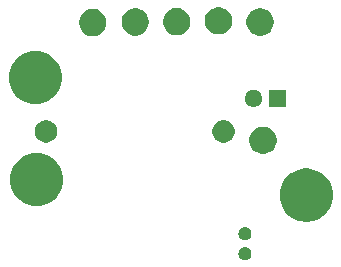
<source format=gbr>
G04 #@! TF.GenerationSoftware,KiCad,Pcbnew,(5.0.1-3-g963ef8bb5)*
G04 #@! TF.CreationDate,2019-01-03T19:12:47-05:00*
G04 #@! TF.ProjectId,neoshiba,6E656F73686962612E6B696361645F70,rev?*
G04 #@! TF.SameCoordinates,Original*
G04 #@! TF.FileFunction,Soldermask,Bot*
G04 #@! TF.FilePolarity,Negative*
%FSLAX46Y46*%
G04 Gerber Fmt 4.6, Leading zero omitted, Abs format (unit mm)*
G04 Created by KiCad (PCBNEW (5.0.1-3-g963ef8bb5)) date Thursday, January 03, 2019 at 07:12:47 PM*
%MOMM*%
%LPD*%
G01*
G04 APERTURE LIST*
%ADD10C,0.100000*%
G04 APERTURE END LIST*
D10*
G36*
X161300721Y-103590174D02*
X161400995Y-103631709D01*
X161491245Y-103692012D01*
X161567988Y-103768755D01*
X161628291Y-103859005D01*
X161669826Y-103959279D01*
X161691000Y-104065730D01*
X161691000Y-104174270D01*
X161669826Y-104280721D01*
X161628291Y-104380995D01*
X161567988Y-104471245D01*
X161491245Y-104547988D01*
X161400995Y-104608291D01*
X161300721Y-104649826D01*
X161194270Y-104671000D01*
X161085730Y-104671000D01*
X160979279Y-104649826D01*
X160879005Y-104608291D01*
X160788755Y-104547988D01*
X160712012Y-104471245D01*
X160651709Y-104380995D01*
X160610174Y-104280721D01*
X160589000Y-104174270D01*
X160589000Y-104065730D01*
X160610174Y-103959279D01*
X160651709Y-103859005D01*
X160712012Y-103768755D01*
X160788755Y-103692012D01*
X160879005Y-103631709D01*
X160979279Y-103590174D01*
X161085730Y-103569000D01*
X161194270Y-103569000D01*
X161300721Y-103590174D01*
X161300721Y-103590174D01*
G37*
G36*
X161300721Y-101890174D02*
X161400995Y-101931709D01*
X161491245Y-101992012D01*
X161567988Y-102068755D01*
X161628291Y-102159005D01*
X161669826Y-102259279D01*
X161691000Y-102365730D01*
X161691000Y-102474270D01*
X161669826Y-102580721D01*
X161628291Y-102680995D01*
X161567988Y-102771245D01*
X161491245Y-102847988D01*
X161400995Y-102908291D01*
X161300721Y-102949826D01*
X161194270Y-102971000D01*
X161085730Y-102971000D01*
X160979279Y-102949826D01*
X160879005Y-102908291D01*
X160788755Y-102847988D01*
X160712012Y-102771245D01*
X160651709Y-102680995D01*
X160610174Y-102580721D01*
X160589000Y-102474270D01*
X160589000Y-102365730D01*
X160610174Y-102259279D01*
X160651709Y-102159005D01*
X160712012Y-102068755D01*
X160788755Y-101992012D01*
X160879005Y-101931709D01*
X160979279Y-101890174D01*
X161085730Y-101869000D01*
X161194270Y-101869000D01*
X161300721Y-101890174D01*
X161300721Y-101890174D01*
G37*
G36*
X166628445Y-96936254D02*
X166976593Y-97005504D01*
X167386249Y-97175189D01*
X167754929Y-97421534D01*
X168068466Y-97735071D01*
X168314811Y-98103751D01*
X168484496Y-98513407D01*
X168571000Y-98948296D01*
X168571000Y-99391704D01*
X168484496Y-99826593D01*
X168314811Y-100236249D01*
X168068466Y-100604929D01*
X167754929Y-100918466D01*
X167386249Y-101164811D01*
X166976593Y-101334496D01*
X166628445Y-101403746D01*
X166541706Y-101421000D01*
X166098294Y-101421000D01*
X166011555Y-101403746D01*
X165663407Y-101334496D01*
X165253751Y-101164811D01*
X164885071Y-100918466D01*
X164571534Y-100604929D01*
X164325189Y-100236249D01*
X164155504Y-99826593D01*
X164069000Y-99391704D01*
X164069000Y-98948296D01*
X164155504Y-98513407D01*
X164325189Y-98103751D01*
X164571534Y-97735071D01*
X164885071Y-97421534D01*
X165253751Y-97175189D01*
X165663407Y-97005504D01*
X166011555Y-96936254D01*
X166098294Y-96919000D01*
X166541706Y-96919000D01*
X166628445Y-96936254D01*
X166628445Y-96936254D01*
G37*
G36*
X143818445Y-95646254D02*
X144166593Y-95715504D01*
X144576249Y-95885189D01*
X144944929Y-96131534D01*
X145258466Y-96445071D01*
X145504811Y-96813751D01*
X145674496Y-97223407D01*
X145761000Y-97658296D01*
X145761000Y-98101704D01*
X145674496Y-98536593D01*
X145504811Y-98946249D01*
X145258466Y-99314929D01*
X144944929Y-99628466D01*
X144576249Y-99874811D01*
X144166593Y-100044496D01*
X143818445Y-100113746D01*
X143731706Y-100131000D01*
X143288294Y-100131000D01*
X143201555Y-100113746D01*
X142853407Y-100044496D01*
X142443751Y-99874811D01*
X142075071Y-99628466D01*
X141761534Y-99314929D01*
X141515189Y-98946249D01*
X141345504Y-98536593D01*
X141259000Y-98101704D01*
X141259000Y-97658296D01*
X141345504Y-97223407D01*
X141515189Y-96813751D01*
X141761534Y-96445071D01*
X142075071Y-96131534D01*
X142443751Y-95885189D01*
X142853407Y-95715504D01*
X143201555Y-95646254D01*
X143288294Y-95629000D01*
X143731706Y-95629000D01*
X143818445Y-95646254D01*
X143818445Y-95646254D01*
G37*
G36*
X163005734Y-93423232D02*
X163215202Y-93509996D01*
X163403723Y-93635962D01*
X163564038Y-93796277D01*
X163690004Y-93984798D01*
X163776768Y-94194266D01*
X163821000Y-94416635D01*
X163821000Y-94643365D01*
X163776768Y-94865734D01*
X163690004Y-95075202D01*
X163564038Y-95263723D01*
X163403723Y-95424038D01*
X163215202Y-95550004D01*
X163005734Y-95636768D01*
X162783365Y-95681000D01*
X162556635Y-95681000D01*
X162334266Y-95636768D01*
X162124798Y-95550004D01*
X161936277Y-95424038D01*
X161775962Y-95263723D01*
X161649996Y-95075202D01*
X161563232Y-94865734D01*
X161519000Y-94643365D01*
X161519000Y-94416635D01*
X161563232Y-94194266D01*
X161649996Y-93984798D01*
X161775962Y-93796277D01*
X161936277Y-93635962D01*
X162124798Y-93509996D01*
X162334266Y-93423232D01*
X162556635Y-93379000D01*
X162783365Y-93379000D01*
X163005734Y-93423232D01*
X163005734Y-93423232D01*
G37*
G36*
X159597396Y-92865546D02*
X159770466Y-92937234D01*
X159926230Y-93041312D01*
X160058688Y-93173770D01*
X160162766Y-93329534D01*
X160234454Y-93502604D01*
X160271000Y-93686333D01*
X160271000Y-93873667D01*
X160234454Y-94057396D01*
X160162766Y-94230466D01*
X160058688Y-94386230D01*
X159926230Y-94518688D01*
X159770466Y-94622766D01*
X159597396Y-94694454D01*
X159413667Y-94731000D01*
X159226333Y-94731000D01*
X159042604Y-94694454D01*
X158869534Y-94622766D01*
X158713770Y-94518688D01*
X158581312Y-94386230D01*
X158477234Y-94230466D01*
X158405546Y-94057396D01*
X158369000Y-93873667D01*
X158369000Y-93686333D01*
X158405546Y-93502604D01*
X158477234Y-93329534D01*
X158581312Y-93173770D01*
X158713770Y-93041312D01*
X158869534Y-92937234D01*
X159042604Y-92865546D01*
X159226333Y-92829000D01*
X159413667Y-92829000D01*
X159597396Y-92865546D01*
X159597396Y-92865546D01*
G37*
G36*
X144567396Y-92865546D02*
X144740466Y-92937234D01*
X144896230Y-93041312D01*
X145028688Y-93173770D01*
X145132766Y-93329534D01*
X145204454Y-93502604D01*
X145241000Y-93686333D01*
X145241000Y-93873667D01*
X145204454Y-94057396D01*
X145132766Y-94230466D01*
X145028688Y-94386230D01*
X144896230Y-94518688D01*
X144740466Y-94622766D01*
X144567396Y-94694454D01*
X144383667Y-94731000D01*
X144196333Y-94731000D01*
X144012604Y-94694454D01*
X143839534Y-94622766D01*
X143683770Y-94518688D01*
X143551312Y-94386230D01*
X143447234Y-94230466D01*
X143375546Y-94057396D01*
X143339000Y-93873667D01*
X143339000Y-93686333D01*
X143375546Y-93502604D01*
X143447234Y-93329534D01*
X143551312Y-93173770D01*
X143683770Y-93041312D01*
X143839534Y-92937234D01*
X144012604Y-92865546D01*
X144196333Y-92829000D01*
X144383667Y-92829000D01*
X144567396Y-92865546D01*
X144567396Y-92865546D01*
G37*
G36*
X164586000Y-91706000D02*
X163134000Y-91706000D01*
X163134000Y-90254000D01*
X164586000Y-90254000D01*
X164586000Y-91706000D01*
X164586000Y-91706000D01*
G37*
G36*
X161916991Y-90256101D02*
X162002321Y-90264505D01*
X162139172Y-90306019D01*
X162139174Y-90306020D01*
X162139177Y-90306021D01*
X162265296Y-90373432D01*
X162375843Y-90464157D01*
X162466568Y-90574704D01*
X162533979Y-90700823D01*
X162533980Y-90700826D01*
X162533981Y-90700828D01*
X162575495Y-90837679D01*
X162589512Y-90980000D01*
X162575495Y-91122321D01*
X162544404Y-91224811D01*
X162533979Y-91259177D01*
X162466568Y-91385296D01*
X162375843Y-91495843D01*
X162265296Y-91586568D01*
X162139177Y-91653979D01*
X162139174Y-91653980D01*
X162139172Y-91653981D01*
X162002321Y-91695495D01*
X161916991Y-91703899D01*
X161895660Y-91706000D01*
X161824340Y-91706000D01*
X161803009Y-91703899D01*
X161717679Y-91695495D01*
X161580828Y-91653981D01*
X161580826Y-91653980D01*
X161580823Y-91653979D01*
X161454704Y-91586568D01*
X161344157Y-91495843D01*
X161253432Y-91385296D01*
X161186021Y-91259177D01*
X161175596Y-91224811D01*
X161144505Y-91122321D01*
X161130488Y-90980000D01*
X161144505Y-90837679D01*
X161186019Y-90700828D01*
X161186020Y-90700826D01*
X161186021Y-90700823D01*
X161253432Y-90574704D01*
X161344157Y-90464157D01*
X161454704Y-90373432D01*
X161580823Y-90306021D01*
X161580826Y-90306020D01*
X161580828Y-90306019D01*
X161717679Y-90264505D01*
X161803009Y-90256101D01*
X161824340Y-90254000D01*
X161895660Y-90254000D01*
X161916991Y-90256101D01*
X161916991Y-90256101D01*
G37*
G36*
X143698445Y-86996254D02*
X144046593Y-87065504D01*
X144456249Y-87235189D01*
X144824929Y-87481534D01*
X145138466Y-87795071D01*
X145384811Y-88163751D01*
X145554496Y-88573407D01*
X145641000Y-89008296D01*
X145641000Y-89451704D01*
X145554496Y-89886593D01*
X145384811Y-90296249D01*
X145138466Y-90664929D01*
X144824929Y-90978466D01*
X144456249Y-91224811D01*
X144046593Y-91394496D01*
X143698445Y-91463746D01*
X143611706Y-91481000D01*
X143168294Y-91481000D01*
X143081555Y-91463746D01*
X142733407Y-91394496D01*
X142323751Y-91224811D01*
X141955071Y-90978466D01*
X141641534Y-90664929D01*
X141395189Y-90296249D01*
X141225504Y-89886593D01*
X141139000Y-89451704D01*
X141139000Y-89008296D01*
X141225504Y-88573407D01*
X141395189Y-88163751D01*
X141641534Y-87795071D01*
X141955071Y-87481534D01*
X142323751Y-87235189D01*
X142733407Y-87065504D01*
X143081555Y-86996254D01*
X143168294Y-86979000D01*
X143611706Y-86979000D01*
X143698445Y-86996254D01*
X143698445Y-86996254D01*
G37*
G36*
X148585734Y-83453232D02*
X148795202Y-83539996D01*
X148983723Y-83665962D01*
X149144038Y-83826277D01*
X149270004Y-84014798D01*
X149356768Y-84224266D01*
X149401000Y-84446635D01*
X149401000Y-84673365D01*
X149356768Y-84895734D01*
X149270004Y-85105202D01*
X149144038Y-85293723D01*
X148983723Y-85454038D01*
X148795202Y-85580004D01*
X148585734Y-85666768D01*
X148363365Y-85711000D01*
X148136635Y-85711000D01*
X147914266Y-85666768D01*
X147704798Y-85580004D01*
X147516277Y-85454038D01*
X147355962Y-85293723D01*
X147229996Y-85105202D01*
X147143232Y-84895734D01*
X147099000Y-84673365D01*
X147099000Y-84446635D01*
X147143232Y-84224266D01*
X147229996Y-84014798D01*
X147355962Y-83826277D01*
X147516277Y-83665962D01*
X147704798Y-83539996D01*
X147914266Y-83453232D01*
X148136635Y-83409000D01*
X148363365Y-83409000D01*
X148585734Y-83453232D01*
X148585734Y-83453232D01*
G37*
G36*
X162755734Y-83413232D02*
X162965202Y-83499996D01*
X163153723Y-83625962D01*
X163314038Y-83786277D01*
X163440004Y-83974798D01*
X163526768Y-84184266D01*
X163571000Y-84406635D01*
X163571000Y-84633365D01*
X163526768Y-84855734D01*
X163440004Y-85065202D01*
X163314038Y-85253723D01*
X163153723Y-85414038D01*
X162965202Y-85540004D01*
X162755734Y-85626768D01*
X162533365Y-85671000D01*
X162306635Y-85671000D01*
X162084266Y-85626768D01*
X161874798Y-85540004D01*
X161686277Y-85414038D01*
X161525962Y-85253723D01*
X161399996Y-85065202D01*
X161313232Y-84855734D01*
X161269000Y-84633365D01*
X161269000Y-84406635D01*
X161313232Y-84184266D01*
X161399996Y-83974798D01*
X161525962Y-83786277D01*
X161686277Y-83625962D01*
X161874798Y-83499996D01*
X162084266Y-83413232D01*
X162306635Y-83369000D01*
X162533365Y-83369000D01*
X162755734Y-83413232D01*
X162755734Y-83413232D01*
G37*
G36*
X152195734Y-83403232D02*
X152405202Y-83489996D01*
X152593723Y-83615962D01*
X152754038Y-83776277D01*
X152880004Y-83964798D01*
X152966768Y-84174266D01*
X153011000Y-84396635D01*
X153011000Y-84623365D01*
X152966768Y-84845734D01*
X152880004Y-85055202D01*
X152754038Y-85243723D01*
X152593723Y-85404038D01*
X152405202Y-85530004D01*
X152195734Y-85616768D01*
X151973365Y-85661000D01*
X151746635Y-85661000D01*
X151524266Y-85616768D01*
X151314798Y-85530004D01*
X151126277Y-85404038D01*
X150965962Y-85243723D01*
X150839996Y-85055202D01*
X150753232Y-84845734D01*
X150709000Y-84623365D01*
X150709000Y-84396635D01*
X150753232Y-84174266D01*
X150839996Y-83964798D01*
X150965962Y-83776277D01*
X151126277Y-83615962D01*
X151314798Y-83489996D01*
X151524266Y-83403232D01*
X151746635Y-83359000D01*
X151973365Y-83359000D01*
X152195734Y-83403232D01*
X152195734Y-83403232D01*
G37*
G36*
X155705734Y-83373232D02*
X155915202Y-83459996D01*
X156103723Y-83585962D01*
X156264038Y-83746277D01*
X156390004Y-83934798D01*
X156476768Y-84144266D01*
X156521000Y-84366635D01*
X156521000Y-84593365D01*
X156476768Y-84815734D01*
X156390004Y-85025202D01*
X156264038Y-85213723D01*
X156103723Y-85374038D01*
X155915202Y-85500004D01*
X155705734Y-85586768D01*
X155483365Y-85631000D01*
X155256635Y-85631000D01*
X155034266Y-85586768D01*
X154824798Y-85500004D01*
X154636277Y-85374038D01*
X154475962Y-85213723D01*
X154349996Y-85025202D01*
X154263232Y-84815734D01*
X154219000Y-84593365D01*
X154219000Y-84366635D01*
X154263232Y-84144266D01*
X154349996Y-83934798D01*
X154475962Y-83746277D01*
X154636277Y-83585962D01*
X154824798Y-83459996D01*
X155034266Y-83373232D01*
X155256635Y-83329000D01*
X155483365Y-83329000D01*
X155705734Y-83373232D01*
X155705734Y-83373232D01*
G37*
G36*
X159235734Y-83293232D02*
X159445202Y-83379996D01*
X159633723Y-83505962D01*
X159794038Y-83666277D01*
X159920004Y-83854798D01*
X160006768Y-84064266D01*
X160051000Y-84286635D01*
X160051000Y-84513365D01*
X160006768Y-84735734D01*
X159920004Y-84945202D01*
X159794038Y-85133723D01*
X159633723Y-85294038D01*
X159445202Y-85420004D01*
X159235734Y-85506768D01*
X159013365Y-85551000D01*
X158786635Y-85551000D01*
X158564266Y-85506768D01*
X158354798Y-85420004D01*
X158166277Y-85294038D01*
X158005962Y-85133723D01*
X157879996Y-84945202D01*
X157793232Y-84735734D01*
X157749000Y-84513365D01*
X157749000Y-84286635D01*
X157793232Y-84064266D01*
X157879996Y-83854798D01*
X158005962Y-83666277D01*
X158166277Y-83505962D01*
X158354798Y-83379996D01*
X158564266Y-83293232D01*
X158786635Y-83249000D01*
X159013365Y-83249000D01*
X159235734Y-83293232D01*
X159235734Y-83293232D01*
G37*
M02*

</source>
